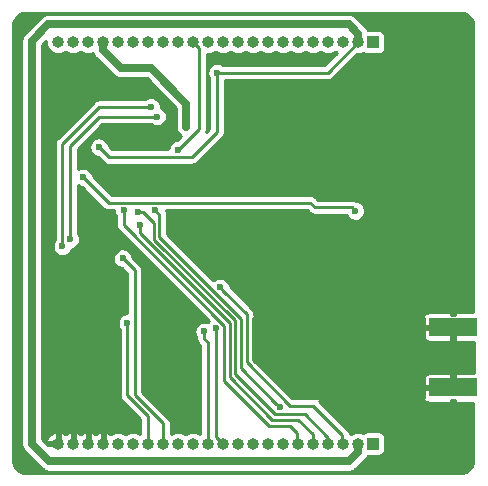
<source format=gbr>
G04 #@! TF.GenerationSoftware,KiCad,Pcbnew,5.99.0-unknown-df3fabf~86~ubuntu18.04.1*
G04 #@! TF.CreationDate,2019-10-25T19:02:02-04:00*
G04 #@! TF.ProjectId,bc26_bc66_module_board,62633236-5f62-4633-9636-5f6d6f64756c,rev?*
G04 #@! TF.SameCoordinates,Original*
G04 #@! TF.FileFunction,Copper,L2,Bot*
G04 #@! TF.FilePolarity,Positive*
%FSLAX46Y46*%
G04 Gerber Fmt 4.6, Leading zero omitted, Abs format (unit mm)*
G04 Created by KiCad (PCBNEW 5.99.0-unknown-df3fabf~86~ubuntu18.04.1) date 2019-10-25 19:02:02*
%MOMM*%
%LPD*%
G04 APERTURE LIST*
%ADD10O,1.000000X1.000000*%
%ADD11R,1.000000X1.000000*%
%ADD12R,4.064000X1.524000*%
%ADD13C,0.600000*%
%ADD14C,0.700000*%
%ADD15C,0.250000*%
%ADD16C,0.254000*%
G04 APERTURE END LIST*
D10*
X74330000Y-107000000D03*
X75600000Y-107000000D03*
X76870000Y-107000000D03*
X78140000Y-107000000D03*
X79410000Y-107000000D03*
X80680000Y-107000000D03*
X81950000Y-107000000D03*
X83220000Y-107000000D03*
X84490000Y-107000000D03*
X85760000Y-107000000D03*
X87030000Y-107000000D03*
X88300000Y-107000000D03*
X89570000Y-107000000D03*
X90840000Y-107000000D03*
X92110000Y-107000000D03*
X93380000Y-107000000D03*
X94650000Y-107000000D03*
X95920000Y-107000000D03*
X97190000Y-107000000D03*
X98460000Y-107000000D03*
X99730000Y-107000000D03*
D11*
X101000000Y-107000000D03*
D10*
X74330000Y-73000000D03*
X75600000Y-73000000D03*
X76870000Y-73000000D03*
X78140000Y-73000000D03*
X79410000Y-73000000D03*
X80680000Y-73000000D03*
X81950000Y-73000000D03*
X83220000Y-73000000D03*
X84490000Y-73000000D03*
X85760000Y-73000000D03*
X87030000Y-73000000D03*
X88300000Y-73000000D03*
X89570000Y-73000000D03*
X90840000Y-73000000D03*
X92110000Y-73000000D03*
X93380000Y-73000000D03*
X94650000Y-73000000D03*
X95920000Y-73000000D03*
X97190000Y-73000000D03*
X98460000Y-73000000D03*
X99730000Y-73000000D03*
D11*
X101000000Y-73000000D03*
D12*
X107768000Y-102240000D03*
X107768000Y-97160000D03*
D13*
X74700000Y-90300000D03*
X75325000Y-89700000D03*
X85200000Y-80200000D03*
X84500000Y-82100000D03*
X77800000Y-81900000D03*
X76450000Y-84450000D03*
X80200000Y-96800000D03*
X79800000Y-91300000D03*
X79900000Y-87225000D03*
X81258051Y-88441949D03*
X81074990Y-87400000D03*
X82500000Y-87225000D03*
X88028360Y-93771640D03*
X87700000Y-97200000D03*
X86700000Y-97500000D03*
X82200000Y-78500000D03*
X93100000Y-103900000D03*
X82700000Y-79300000D03*
X87787500Y-75587500D03*
X93700000Y-98500000D03*
X93700000Y-100900000D03*
X95200000Y-98500000D03*
X96700000Y-98500000D03*
X98200000Y-98500000D03*
X99700000Y-98500000D03*
X101200000Y-98500000D03*
X102700000Y-98500000D03*
X104200000Y-98500000D03*
X95200000Y-100900000D03*
X96700000Y-100900000D03*
X99700000Y-100900000D03*
X101200000Y-100900000D03*
X104200000Y-100900000D03*
X93700000Y-97600000D03*
X93700000Y-101800000D03*
X102700000Y-102500000D03*
X98200000Y-102500000D03*
X89600000Y-74800000D03*
X95800000Y-74800000D03*
X102600000Y-75300000D03*
X92700000Y-81700000D03*
X92200000Y-78200000D03*
X95200000Y-97600000D03*
X96700000Y-97600000D03*
X98200000Y-97600000D03*
X99700000Y-97600000D03*
X101200000Y-97600000D03*
X102700000Y-97600000D03*
X104200000Y-97600000D03*
X95200000Y-101800000D03*
X96700000Y-101800000D03*
X99700000Y-101800000D03*
X101200000Y-101800000D03*
X104200000Y-101800000D03*
X104400000Y-81500000D03*
X96800000Y-82400000D03*
X94400000Y-84300000D03*
X97700000Y-90900000D03*
X97700000Y-92000000D03*
X97100000Y-96400000D03*
X92300000Y-96500000D03*
X91600000Y-97600000D03*
X84000000Y-102000000D03*
X77800000Y-103900000D03*
X76900000Y-105300000D03*
X75600000Y-105300000D03*
X74300000Y-105300000D03*
X78200000Y-105300000D03*
X74900000Y-94300000D03*
X83900000Y-97300000D03*
X83900000Y-79600000D03*
X73500000Y-74900000D03*
X96800000Y-80600000D03*
X96800000Y-78700000D03*
X96800000Y-77000000D03*
X91800000Y-87600000D03*
X77700000Y-99300000D03*
X97600000Y-103500000D03*
X100200000Y-103500000D03*
X107800000Y-104400000D03*
X107800000Y-94800000D03*
X99500000Y-87300000D03*
D14*
X85200000Y-79775736D02*
X85200000Y-80200000D01*
X85200000Y-78200000D02*
X85200000Y-79775736D01*
X79632894Y-75200000D02*
X82200000Y-75200000D01*
X78140000Y-73000000D02*
X78140000Y-73707106D01*
X82200000Y-75200000D02*
X85200000Y-78200000D01*
X78140000Y-73707106D02*
X79632894Y-75200000D01*
D15*
X84799999Y-81800001D02*
X84500000Y-82100000D01*
X86259999Y-80340001D02*
X84799999Y-81800001D01*
X85760000Y-73000000D02*
X86259999Y-73499999D01*
X86259999Y-73499999D02*
X86259999Y-80340001D01*
X80200000Y-96800000D02*
X80200000Y-102900000D01*
X81950000Y-104650000D02*
X81950000Y-107000000D01*
X80200000Y-102900000D02*
X81950000Y-104650000D01*
X83220000Y-106292894D02*
X83220000Y-107000000D01*
X83220000Y-105283590D02*
X83220000Y-106292894D01*
X80825001Y-102888591D02*
X83220000Y-105283590D01*
X80825001Y-92325001D02*
X80825001Y-102888591D01*
X79800000Y-91300000D02*
X80825001Y-92325001D01*
X88300000Y-107000000D02*
X87700000Y-106400000D01*
X87700000Y-106400000D02*
X87700000Y-97200000D01*
X86700000Y-98100000D02*
X86700000Y-97500000D01*
X87030000Y-107000000D02*
X87030000Y-98430000D01*
X87030000Y-98430000D02*
X86700000Y-98100000D01*
X92800001Y-103600001D02*
X93100000Y-103900000D01*
X82500000Y-87225000D02*
X82902786Y-87627786D01*
X82902786Y-87627786D02*
X82902787Y-89529966D01*
X82902787Y-89529966D02*
X89800000Y-96427179D01*
X89800000Y-100600000D02*
X92800001Y-103600001D01*
X89800000Y-96427179D02*
X89800000Y-100600000D01*
X88328359Y-94071639D02*
X88028360Y-93771640D01*
X90300000Y-96043280D02*
X88328359Y-94071639D01*
X98460000Y-107000000D02*
X98400000Y-106940000D01*
X98400000Y-106300000D02*
X95900000Y-103800000D01*
X95900000Y-103800000D02*
X94000000Y-103800000D01*
X94000000Y-103800000D02*
X90300000Y-100100000D01*
X98400000Y-106940000D02*
X98400000Y-106300000D01*
X90300000Y-100100000D02*
X90300000Y-96043280D01*
X81499254Y-87400000D02*
X81074990Y-87400000D01*
X82452776Y-89716366D02*
X82452776Y-88353522D01*
X97190000Y-106490000D02*
X95225002Y-104525002D01*
X95225002Y-104525002D02*
X92725002Y-104525002D01*
X82452776Y-88353522D02*
X81499254Y-87400000D01*
X92725002Y-104525002D02*
X89300022Y-101100022D01*
X89300022Y-101100022D02*
X89300022Y-96563611D01*
X97190000Y-107000000D02*
X97190000Y-106490000D01*
X89300022Y-96563611D02*
X82452776Y-89716366D01*
X81258051Y-88866213D02*
X81258051Y-88441949D01*
X95920000Y-106220000D02*
X94675013Y-104975013D01*
X81258051Y-89158051D02*
X81258051Y-88866213D01*
X95920000Y-107000000D02*
X95920000Y-106220000D01*
X94675013Y-104975013D02*
X92475013Y-104975013D01*
X88850011Y-101350011D02*
X88850011Y-96750011D01*
X88850011Y-96750011D02*
X81258051Y-89158051D01*
X92475013Y-104975013D02*
X88850011Y-101350011D01*
X94600000Y-106950000D02*
X94650000Y-107000000D01*
X94600000Y-106100000D02*
X94600000Y-106950000D01*
X79900000Y-88500000D02*
X88400000Y-97000000D01*
X79900000Y-87225000D02*
X79900000Y-88500000D01*
X88400000Y-97000000D02*
X88400000Y-101700000D01*
X88400000Y-101700000D02*
X92200000Y-105500000D01*
X92200000Y-105500000D02*
X94000000Y-105500000D01*
X94000000Y-105500000D02*
X94600000Y-106100000D01*
X81775736Y-78500000D02*
X82200000Y-78500000D01*
X74700000Y-90300000D02*
X74700000Y-81600000D01*
X77800000Y-78500000D02*
X81775736Y-78500000D01*
X74700000Y-81600000D02*
X77800000Y-78500000D01*
X82275736Y-79300000D02*
X82700000Y-79300000D01*
X77800000Y-79300000D02*
X82275736Y-79300000D01*
X75325000Y-89700000D02*
X75325000Y-81775000D01*
X75325000Y-81775000D02*
X77800000Y-79300000D01*
X77800000Y-81900000D02*
X78625001Y-82725001D01*
X87787500Y-76011764D02*
X87787500Y-75587500D01*
X87787500Y-80612500D02*
X87787500Y-76011764D01*
X85674999Y-82725001D02*
X87787500Y-80612500D01*
X78625001Y-82725001D02*
X85674999Y-82725001D01*
X89600000Y-74800000D02*
X95800000Y-74800000D01*
X97142500Y-75587500D02*
X88211764Y-75587500D01*
X99730000Y-73000000D02*
X97142500Y-75587500D01*
X88211764Y-75587500D02*
X87787500Y-75587500D01*
D14*
X99730000Y-72292894D02*
X99730000Y-73000000D01*
X73500000Y-71500000D02*
X98937106Y-71500000D01*
X98937106Y-71500000D02*
X99730000Y-72292894D01*
X99730000Y-107707106D02*
X98937106Y-108500000D01*
X72100000Y-107000000D02*
X72100000Y-72900000D01*
X99730000Y-107000000D02*
X99730000Y-107707106D01*
X98937106Y-108500000D02*
X73600000Y-108500000D01*
X73600000Y-108500000D02*
X72100000Y-107000000D01*
X72100000Y-72900000D02*
X73500000Y-71500000D01*
D15*
X96100001Y-87000001D02*
X99200001Y-87000001D01*
X95700000Y-86600000D02*
X96100001Y-87000001D01*
X76450000Y-84450000D02*
X78600000Y-86600000D01*
X99200001Y-87000001D02*
X99500000Y-87300000D01*
X78600000Y-86600000D02*
X95700000Y-86600000D01*
G36*
X108446608Y-70528388D02*
G01*
X108657969Y-70545765D01*
X108811703Y-70584380D01*
X108957064Y-70647585D01*
X108991989Y-70670179D01*
X109329111Y-71007301D01*
X109382222Y-71103511D01*
X109435134Y-71252930D01*
X109464565Y-71418151D01*
X109470071Y-71534917D01*
X109474000Y-71553890D01*
X109474001Y-95856007D01*
X107896000Y-95856007D01*
X107896000Y-96074000D01*
X107640000Y-96074000D01*
X107640000Y-95856007D01*
X105723590Y-95856007D01*
X105527643Y-95894984D01*
X105351008Y-96013008D01*
X105310255Y-96074000D01*
X90959215Y-96074000D01*
X90951000Y-96004588D01*
X90951000Y-95989253D01*
X90944717Y-95951506D01*
X90933123Y-95853549D01*
X90926567Y-95842464D01*
X90924409Y-95829497D01*
X90821496Y-95638766D01*
X90750652Y-95573278D01*
X88854407Y-93677035D01*
X88854655Y-93648656D01*
X88781681Y-93410709D01*
X88642250Y-93205159D01*
X88448544Y-93049693D01*
X88217687Y-92958057D01*
X87970091Y-92938352D01*
X87727647Y-92992324D01*
X87511790Y-93115196D01*
X87461805Y-93168332D01*
X83553787Y-89260315D01*
X83553785Y-87697238D01*
X83562045Y-87658875D01*
X83553785Y-87589086D01*
X83553785Y-87573760D01*
X83547507Y-87536043D01*
X83535909Y-87438055D01*
X83529351Y-87426967D01*
X83527193Y-87414002D01*
X83439242Y-87251000D01*
X95430348Y-87251000D01*
X95590564Y-87411217D01*
X95611851Y-87444184D01*
X95667040Y-87487692D01*
X95677876Y-87498529D01*
X95708994Y-87520766D01*
X95786473Y-87581846D01*
X95798950Y-87585050D01*
X95809644Y-87592692D01*
X96017282Y-87654788D01*
X96113685Y-87651001D01*
X98752245Y-87651001D01*
X98805051Y-87763474D01*
X98972052Y-87947328D01*
X99185732Y-88073950D01*
X99427197Y-88132143D01*
X99675099Y-88116764D01*
X99907520Y-88029171D01*
X100103911Y-87877109D01*
X100246907Y-87674022D01*
X100324022Y-87437386D01*
X100326295Y-87177016D01*
X100253321Y-86939069D01*
X100113890Y-86733519D01*
X99920184Y-86578053D01*
X99689327Y-86486417D01*
X99590101Y-86478520D01*
X99513530Y-86418157D01*
X99501050Y-86414952D01*
X99490356Y-86407310D01*
X99282719Y-86345214D01*
X99186327Y-86349001D01*
X96369654Y-86349001D01*
X96209441Y-86188789D01*
X96188151Y-86155817D01*
X96132956Y-86112304D01*
X96122124Y-86101472D01*
X96091020Y-86079244D01*
X96013529Y-86018156D01*
X96001049Y-86014951D01*
X95990355Y-86007309D01*
X95782718Y-85945213D01*
X95686326Y-85949000D01*
X78869652Y-85949000D01*
X77276047Y-84355396D01*
X77276295Y-84327016D01*
X77203321Y-84089069D01*
X77063890Y-83883519D01*
X76870184Y-83728053D01*
X76639327Y-83636417D01*
X76391731Y-83616712D01*
X76149287Y-83670684D01*
X75976000Y-83769324D01*
X75976000Y-82044651D01*
X78069653Y-79951000D01*
X82178248Y-79951000D01*
X82385732Y-80073950D01*
X82627197Y-80132143D01*
X82875099Y-80116764D01*
X83107520Y-80029171D01*
X83303911Y-79877109D01*
X83446907Y-79674022D01*
X83524022Y-79437386D01*
X83526295Y-79177016D01*
X83453321Y-78939069D01*
X83313890Y-78733519D01*
X83120184Y-78578052D01*
X83024870Y-78540219D01*
X83026295Y-78377016D01*
X82953321Y-78139069D01*
X82813890Y-77933519D01*
X82620184Y-77778053D01*
X82389327Y-77686417D01*
X82141731Y-77666712D01*
X81899287Y-77720684D01*
X81683430Y-77843556D01*
X81678309Y-77849000D01*
X77869451Y-77849000D01*
X77831089Y-77840741D01*
X77761307Y-77849000D01*
X77745973Y-77849000D01*
X77708236Y-77855282D01*
X77610270Y-77866876D01*
X77599182Y-77873434D01*
X77586216Y-77875592D01*
X77395486Y-77978504D01*
X77329974Y-78049374D01*
X74288788Y-81090561D01*
X74255818Y-81111849D01*
X74212309Y-81167039D01*
X74201472Y-81177876D01*
X74179234Y-81208995D01*
X74118155Y-81286474D01*
X74114951Y-81298951D01*
X74107310Y-81309644D01*
X74045213Y-81517282D01*
X74049001Y-81613700D01*
X74049000Y-89786459D01*
X74013244Y-89824469D01*
X73903779Y-90047424D01*
X73864710Y-90292710D01*
X73899492Y-90538642D01*
X74005051Y-90763474D01*
X74172052Y-90947328D01*
X74385732Y-91073950D01*
X74627197Y-91132143D01*
X74875099Y-91116764D01*
X75107520Y-91029171D01*
X75303911Y-90877109D01*
X75446907Y-90674022D01*
X75498115Y-90516887D01*
X75500099Y-90516764D01*
X75732520Y-90429171D01*
X75928911Y-90277109D01*
X76071907Y-90074022D01*
X76149022Y-89837386D01*
X76151295Y-89577016D01*
X76078321Y-89339069D01*
X75976000Y-89188226D01*
X75976000Y-85129296D01*
X76135732Y-85223950D01*
X76356506Y-85277157D01*
X78090562Y-87011214D01*
X78111850Y-87044183D01*
X78167039Y-87087691D01*
X78177875Y-87098528D01*
X78208991Y-87120764D01*
X78286474Y-87181846D01*
X78298952Y-87185050D01*
X78309643Y-87192690D01*
X78517281Y-87254787D01*
X78613674Y-87251000D01*
X79069418Y-87251000D01*
X79099492Y-87463642D01*
X79205051Y-87688474D01*
X79249000Y-87736859D01*
X79249001Y-88430545D01*
X79240741Y-88468911D01*
X79249001Y-88538701D01*
X79249001Y-88554025D01*
X79255276Y-88591726D01*
X79266876Y-88689728D01*
X79273434Y-88700818D01*
X79275593Y-88713785D01*
X79378505Y-88904514D01*
X79449374Y-88970025D01*
X87105619Y-96626271D01*
X87013245Y-96724469D01*
X87008669Y-96733789D01*
X86889327Y-96686417D01*
X86641731Y-96666712D01*
X86399287Y-96720684D01*
X86183430Y-96843556D01*
X86013245Y-97024469D01*
X85903779Y-97247424D01*
X85864710Y-97492710D01*
X85899492Y-97738642D01*
X86005051Y-97963474D01*
X86049000Y-98011859D01*
X86049000Y-98030549D01*
X86040741Y-98068911D01*
X86049000Y-98138693D01*
X86049000Y-98154024D01*
X86055278Y-98191743D01*
X86066876Y-98289730D01*
X86073434Y-98300818D01*
X86075592Y-98313783D01*
X86178504Y-98504514D01*
X86249387Y-98570038D01*
X86379001Y-98699652D01*
X86379000Y-106176731D01*
X86366389Y-106165376D01*
X86179610Y-106057540D01*
X85974492Y-105990893D01*
X85813767Y-105974000D01*
X85706233Y-105974000D01*
X85545508Y-105990893D01*
X85340390Y-106057540D01*
X85153611Y-106165376D01*
X85125000Y-106191138D01*
X85096389Y-106165376D01*
X84909610Y-106057540D01*
X84704492Y-105990893D01*
X84543767Y-105974000D01*
X84436233Y-105974000D01*
X84275508Y-105990893D01*
X84070390Y-106057540D01*
X83883611Y-106165376D01*
X83871000Y-106176731D01*
X83871000Y-105353041D01*
X83879259Y-105314679D01*
X83871000Y-105244897D01*
X83871000Y-105229563D01*
X83864718Y-105191826D01*
X83853124Y-105093860D01*
X83846566Y-105082772D01*
X83844408Y-105069806D01*
X83741496Y-104879076D01*
X83670626Y-104813564D01*
X81476001Y-102618940D01*
X81476001Y-92394451D01*
X81484260Y-92356090D01*
X81476001Y-92286309D01*
X81476001Y-92270974D01*
X81469718Y-92233227D01*
X81458124Y-92135270D01*
X81451568Y-92124185D01*
X81449410Y-92111218D01*
X81346497Y-91920487D01*
X81275640Y-91854987D01*
X80626047Y-91205395D01*
X80626295Y-91177016D01*
X80553321Y-90939069D01*
X80413890Y-90733519D01*
X80220184Y-90578053D01*
X79989327Y-90486417D01*
X79741731Y-90466712D01*
X79499287Y-90520684D01*
X79283430Y-90643556D01*
X79113245Y-90824469D01*
X79003779Y-91047424D01*
X78964710Y-91292710D01*
X78999492Y-91538642D01*
X79105051Y-91763474D01*
X79272052Y-91947328D01*
X79485732Y-92073950D01*
X79706504Y-92127156D01*
X80174001Y-92594654D01*
X80174001Y-95969280D01*
X80141731Y-95966712D01*
X79899287Y-96020684D01*
X79683430Y-96143556D01*
X79513245Y-96324469D01*
X79403779Y-96547424D01*
X79364710Y-96792710D01*
X79399492Y-97038642D01*
X79505051Y-97263474D01*
X79549000Y-97311859D01*
X79549001Y-102830546D01*
X79540742Y-102868911D01*
X79549001Y-102938700D01*
X79549001Y-102954025D01*
X79555276Y-102991726D01*
X79566876Y-103089728D01*
X79573434Y-103100818D01*
X79575593Y-103113785D01*
X79678505Y-103304514D01*
X79749374Y-103370025D01*
X81299000Y-104919652D01*
X81299001Y-106176732D01*
X81286389Y-106165376D01*
X81099610Y-106057540D01*
X80894492Y-105990893D01*
X80733767Y-105974000D01*
X80626233Y-105974000D01*
X80465508Y-105990893D01*
X80260390Y-106057540D01*
X80073611Y-106165376D01*
X80045000Y-106191138D01*
X80016389Y-106165376D01*
X79829610Y-106057540D01*
X79624492Y-105990893D01*
X79463767Y-105974000D01*
X79356233Y-105974000D01*
X79195508Y-105990893D01*
X78990390Y-106057540D01*
X78803611Y-106165376D01*
X78780978Y-106185755D01*
X78751118Y-106158869D01*
X78562882Y-106050191D01*
X78268000Y-105954377D01*
X78268000Y-107128000D01*
X78012000Y-107128000D01*
X78012000Y-105954377D01*
X77717118Y-106050191D01*
X77528882Y-106158869D01*
X77505000Y-106180373D01*
X77481118Y-106158869D01*
X77292882Y-106050191D01*
X76998000Y-105954377D01*
X76998000Y-107128000D01*
X76742000Y-107128000D01*
X76742000Y-105954377D01*
X76447118Y-106050191D01*
X76258882Y-106158869D01*
X76235000Y-106180373D01*
X76211118Y-106158869D01*
X76022882Y-106050191D01*
X75728000Y-105954377D01*
X75728000Y-107128000D01*
X75472000Y-107128000D01*
X75472000Y-105954377D01*
X75177118Y-106050191D01*
X74988882Y-106158869D01*
X74965000Y-106180373D01*
X74941118Y-106158869D01*
X74752882Y-106050191D01*
X74458000Y-105954377D01*
X74458000Y-107128000D01*
X73466849Y-107128000D01*
X73210849Y-106872000D01*
X73300106Y-106872000D01*
X74202000Y-106872000D01*
X74202000Y-105954377D01*
X73907118Y-106050191D01*
X73718882Y-106158869D01*
X73557356Y-106304308D01*
X73429598Y-106480152D01*
X73341191Y-106678716D01*
X73300106Y-106872000D01*
X73210849Y-106872000D01*
X72976000Y-106637151D01*
X72976000Y-73262850D01*
X73304000Y-72934850D01*
X73304000Y-73107837D01*
X73348842Y-73318798D01*
X73436564Y-73515825D01*
X73563334Y-73690309D01*
X73723611Y-73834624D01*
X73910390Y-73942460D01*
X74115508Y-74009107D01*
X74276233Y-74026000D01*
X74383767Y-74026000D01*
X74544492Y-74009107D01*
X74749610Y-73942460D01*
X74936389Y-73834624D01*
X74965000Y-73808862D01*
X74993611Y-73834624D01*
X75180390Y-73942460D01*
X75385508Y-74009107D01*
X75546233Y-74026000D01*
X75653767Y-74026000D01*
X75814492Y-74009107D01*
X76019610Y-73942460D01*
X76206389Y-73834624D01*
X76235000Y-73808862D01*
X76263611Y-73834624D01*
X76450390Y-73942460D01*
X76655508Y-74009107D01*
X76816233Y-74026000D01*
X76923767Y-74026000D01*
X77084492Y-74009107D01*
X77288748Y-73942740D01*
X77290575Y-73955496D01*
X77327939Y-74037671D01*
X77358727Y-74122957D01*
X77379447Y-74150957D01*
X77394433Y-74183917D01*
X77461013Y-74261188D01*
X77477467Y-74283423D01*
X77497021Y-74302976D01*
X77558226Y-74374008D01*
X77586156Y-74392111D01*
X78944070Y-75750026D01*
X78958934Y-75773585D01*
X79033350Y-75839306D01*
X79057894Y-75863851D01*
X79079347Y-75879929D01*
X79147010Y-75939687D01*
X79179327Y-75954860D01*
X79207897Y-75976272D01*
X79292415Y-76007955D01*
X79374501Y-76046495D01*
X79408952Y-76051643D01*
X79442853Y-76064352D01*
X79544563Y-76071910D01*
X79571929Y-76076000D01*
X79599586Y-76076000D01*
X79693087Y-76082948D01*
X79725636Y-76076000D01*
X81837151Y-76076000D01*
X84324000Y-78562850D01*
X84324000Y-80262828D01*
X84350575Y-80448390D01*
X84454432Y-80676811D01*
X84618226Y-80866902D01*
X84736067Y-80943282D01*
X84404305Y-81275044D01*
X84199287Y-81320684D01*
X83983430Y-81443556D01*
X83813245Y-81624469D01*
X83703779Y-81847424D01*
X83667690Y-82074001D01*
X78894654Y-82074001D01*
X78626047Y-81805395D01*
X78626295Y-81777016D01*
X78553321Y-81539069D01*
X78413890Y-81333519D01*
X78220184Y-81178053D01*
X77989327Y-81086417D01*
X77741731Y-81066712D01*
X77499287Y-81120684D01*
X77283430Y-81243556D01*
X77113245Y-81424469D01*
X77003779Y-81647424D01*
X76964710Y-81892710D01*
X76999492Y-82138642D01*
X77105051Y-82363474D01*
X77272052Y-82547328D01*
X77485732Y-82673950D01*
X77706504Y-82727156D01*
X78115563Y-83136215D01*
X78136851Y-83169184D01*
X78192040Y-83212692D01*
X78202875Y-83223528D01*
X78233988Y-83245762D01*
X78311475Y-83306847D01*
X78323952Y-83310051D01*
X78334645Y-83317692D01*
X78542282Y-83379788D01*
X78638685Y-83376001D01*
X85605548Y-83376001D01*
X85643910Y-83384260D01*
X85713692Y-83376001D01*
X85729025Y-83376001D01*
X85766756Y-83369721D01*
X85864728Y-83358125D01*
X85875815Y-83351568D01*
X85888782Y-83349410D01*
X86079513Y-83246497D01*
X86145036Y-83175615D01*
X88198716Y-81121937D01*
X88231683Y-81100651D01*
X88275189Y-81045465D01*
X88286028Y-81034626D01*
X88308262Y-81003511D01*
X88369346Y-80926026D01*
X88372550Y-80913549D01*
X88380191Y-80902856D01*
X88442287Y-80695219D01*
X88438500Y-80598816D01*
X88438500Y-76238500D01*
X97073049Y-76238500D01*
X97111411Y-76246759D01*
X97181193Y-76238500D01*
X97196526Y-76238500D01*
X97234257Y-76232220D01*
X97332229Y-76220624D01*
X97343316Y-76214067D01*
X97356283Y-76211909D01*
X97547014Y-76108996D01*
X97612538Y-76038113D01*
X99629557Y-74021095D01*
X99676233Y-74026000D01*
X99783767Y-74026000D01*
X99944492Y-74009107D01*
X100149610Y-73942460D01*
X100184911Y-73922079D01*
X100294765Y-73995480D01*
X100487590Y-74033836D01*
X101512410Y-74033836D01*
X101705235Y-73995480D01*
X101879225Y-73879225D01*
X101995480Y-73705235D01*
X102033836Y-73512410D01*
X102033836Y-72487590D01*
X101995480Y-72294765D01*
X101879225Y-72120775D01*
X101705235Y-72004520D01*
X101512410Y-71966164D01*
X100543807Y-71966164D01*
X100542062Y-71962327D01*
X100511273Y-71877042D01*
X100490554Y-71849042D01*
X100475568Y-71816083D01*
X100408986Y-71738811D01*
X100392533Y-71716576D01*
X100372970Y-71697014D01*
X100311775Y-71625993D01*
X100283848Y-71607891D01*
X99625930Y-70949974D01*
X99611066Y-70926416D01*
X99536643Y-70860688D01*
X99512105Y-70836149D01*
X99490661Y-70820078D01*
X99422990Y-70760313D01*
X99390669Y-70745138D01*
X99362102Y-70723728D01*
X99277576Y-70692040D01*
X99195498Y-70653505D01*
X99161045Y-70648357D01*
X99127147Y-70635648D01*
X99025437Y-70628090D01*
X98998071Y-70624000D01*
X98970413Y-70624000D01*
X98876913Y-70617052D01*
X98844364Y-70624000D01*
X73598140Y-70624000D01*
X73570976Y-70617853D01*
X73471906Y-70624000D01*
X73437174Y-70624000D01*
X73410624Y-70627801D01*
X73320533Y-70633391D01*
X73286954Y-70645513D01*
X73251610Y-70650575D01*
X73169433Y-70687938D01*
X73084148Y-70718727D01*
X73056148Y-70739446D01*
X73023189Y-70754432D01*
X72945926Y-70821007D01*
X72923683Y-70837466D01*
X72904130Y-70857020D01*
X72833098Y-70918225D01*
X72814995Y-70946155D01*
X71549973Y-72211178D01*
X71526417Y-72226040D01*
X71460697Y-72300454D01*
X71436149Y-72325001D01*
X71420072Y-72346453D01*
X71360314Y-72414116D01*
X71345141Y-72446433D01*
X71323728Y-72475005D01*
X71292038Y-72559536D01*
X71253506Y-72641607D01*
X71248358Y-72676055D01*
X71235648Y-72709961D01*
X71228088Y-72811684D01*
X71224001Y-72839035D01*
X71224001Y-72866679D01*
X71217052Y-72960194D01*
X71224001Y-72992747D01*
X71224000Y-106901860D01*
X71217853Y-106929024D01*
X71224000Y-107028094D01*
X71224000Y-107062825D01*
X71227801Y-107089375D01*
X71233391Y-107179466D01*
X71245513Y-107213045D01*
X71250575Y-107248389D01*
X71287938Y-107330566D01*
X71318727Y-107415851D01*
X71339446Y-107443851D01*
X71354432Y-107476809D01*
X71421017Y-107554086D01*
X71437467Y-107576316D01*
X71457020Y-107595869D01*
X71518224Y-107666902D01*
X71546158Y-107685007D01*
X72911176Y-109050026D01*
X72926040Y-109073585D01*
X73000456Y-109139306D01*
X73025000Y-109163851D01*
X73046452Y-109179928D01*
X73114116Y-109239687D01*
X73146431Y-109254859D01*
X73175003Y-109276272D01*
X73259525Y-109307957D01*
X73341607Y-109346495D01*
X73376062Y-109351644D01*
X73409959Y-109364351D01*
X73511664Y-109371910D01*
X73539035Y-109376000D01*
X73566710Y-109376000D01*
X73660192Y-109382948D01*
X73692741Y-109376000D01*
X98838966Y-109376000D01*
X98866130Y-109382147D01*
X98965200Y-109376000D01*
X98999935Y-109376000D01*
X99026483Y-109372198D01*
X99116572Y-109366609D01*
X99150149Y-109354487D01*
X99185495Y-109349425D01*
X99267680Y-109312059D01*
X99352957Y-109281273D01*
X99380957Y-109260554D01*
X99413917Y-109245568D01*
X99491193Y-109178982D01*
X99513421Y-109162535D01*
X99532969Y-109142986D01*
X99604008Y-109081775D01*
X99622111Y-109053845D01*
X100280029Y-108395928D01*
X100303585Y-108381066D01*
X100369306Y-108306650D01*
X100393851Y-108282106D01*
X100409928Y-108260654D01*
X100469687Y-108192990D01*
X100484859Y-108160675D01*
X100506272Y-108132103D01*
X100537957Y-108047581D01*
X100544411Y-108033836D01*
X101512410Y-108033836D01*
X101705235Y-107995480D01*
X101879225Y-107879225D01*
X101995480Y-107705235D01*
X102033836Y-107512410D01*
X102033836Y-106487590D01*
X101995480Y-106294765D01*
X101879225Y-106120775D01*
X101705235Y-106004520D01*
X101512410Y-105966164D01*
X100487590Y-105966164D01*
X100294765Y-106004520D01*
X100184911Y-106077921D01*
X100149610Y-106057540D01*
X99944492Y-105990893D01*
X99783767Y-105974000D01*
X99676233Y-105974000D01*
X99515508Y-105990893D01*
X99310390Y-106057540D01*
X99123611Y-106165376D01*
X99095000Y-106191138D01*
X99066389Y-106165376D01*
X99037685Y-106148804D01*
X99033124Y-106110270D01*
X99026566Y-106099182D01*
X99024408Y-106086216D01*
X98921496Y-105895486D01*
X98850626Y-105829974D01*
X96416670Y-103396019D01*
X105326353Y-103350092D01*
X105351008Y-103386992D01*
X105527643Y-103505016D01*
X105723590Y-103543993D01*
X107640000Y-103543993D01*
X107640000Y-103338166D01*
X107896000Y-103336847D01*
X107896000Y-103543993D01*
X109474001Y-103543993D01*
X109474001Y-108436808D01*
X109471612Y-108446607D01*
X109454235Y-108657969D01*
X109415619Y-108811708D01*
X109352417Y-108957061D01*
X109329821Y-108991989D01*
X108992700Y-109329110D01*
X108896490Y-109382221D01*
X108747068Y-109435134D01*
X108581847Y-109464565D01*
X108465083Y-109470071D01*
X108446110Y-109474000D01*
X71563188Y-109474000D01*
X71553393Y-109471612D01*
X71342031Y-109454235D01*
X71188292Y-109415619D01*
X71042939Y-109352417D01*
X71008011Y-109329821D01*
X70670890Y-108992700D01*
X70617779Y-108896490D01*
X70564866Y-108747068D01*
X70535435Y-108581847D01*
X70529929Y-108465083D01*
X70526000Y-108446110D01*
X70526000Y-71563187D01*
X70528388Y-71553392D01*
X70545765Y-71342031D01*
X70584380Y-71188297D01*
X70647585Y-71042936D01*
X70670179Y-71008011D01*
X71007301Y-70670889D01*
X71103511Y-70617778D01*
X71252930Y-70564866D01*
X71418151Y-70535435D01*
X71534917Y-70529929D01*
X71553890Y-70526000D01*
X108436813Y-70526000D01*
X108446608Y-70528388D01*
G37*
D16*
X108446608Y-70528388D02*
X108657969Y-70545765D01*
X108811703Y-70584380D01*
X108957064Y-70647585D01*
X108991989Y-70670179D01*
X109329111Y-71007301D01*
X109382222Y-71103511D01*
X109435134Y-71252930D01*
X109464565Y-71418151D01*
X109470071Y-71534917D01*
X109474000Y-71553890D01*
X109474001Y-95856007D01*
X107896000Y-95856007D01*
X107896000Y-96074000D01*
X107640000Y-96074000D01*
X107640000Y-95856007D01*
X105723590Y-95856007D01*
X105527643Y-95894984D01*
X105351008Y-96013008D01*
X105310255Y-96074000D01*
X90959215Y-96074000D01*
X90951000Y-96004588D01*
X90951000Y-95989253D01*
X90944717Y-95951506D01*
X90933123Y-95853549D01*
X90926567Y-95842464D01*
X90924409Y-95829497D01*
X90821496Y-95638766D01*
X90750652Y-95573278D01*
X88854407Y-93677035D01*
X88854655Y-93648656D01*
X88781681Y-93410709D01*
X88642250Y-93205159D01*
X88448544Y-93049693D01*
X88217687Y-92958057D01*
X87970091Y-92938352D01*
X87727647Y-92992324D01*
X87511790Y-93115196D01*
X87461805Y-93168332D01*
X83553787Y-89260315D01*
X83553785Y-87697238D01*
X83562045Y-87658875D01*
X83553785Y-87589086D01*
X83553785Y-87573760D01*
X83547507Y-87536043D01*
X83535909Y-87438055D01*
X83529351Y-87426967D01*
X83527193Y-87414002D01*
X83439242Y-87251000D01*
X95430348Y-87251000D01*
X95590564Y-87411217D01*
X95611851Y-87444184D01*
X95667040Y-87487692D01*
X95677876Y-87498529D01*
X95708994Y-87520766D01*
X95786473Y-87581846D01*
X95798950Y-87585050D01*
X95809644Y-87592692D01*
X96017282Y-87654788D01*
X96113685Y-87651001D01*
X98752245Y-87651001D01*
X98805051Y-87763474D01*
X98972052Y-87947328D01*
X99185732Y-88073950D01*
X99427197Y-88132143D01*
X99675099Y-88116764D01*
X99907520Y-88029171D01*
X100103911Y-87877109D01*
X100246907Y-87674022D01*
X100324022Y-87437386D01*
X100326295Y-87177016D01*
X100253321Y-86939069D01*
X100113890Y-86733519D01*
X99920184Y-86578053D01*
X99689327Y-86486417D01*
X99590101Y-86478520D01*
X99513530Y-86418157D01*
X99501050Y-86414952D01*
X99490356Y-86407310D01*
X99282719Y-86345214D01*
X99186327Y-86349001D01*
X96369654Y-86349001D01*
X96209441Y-86188789D01*
X96188151Y-86155817D01*
X96132956Y-86112304D01*
X96122124Y-86101472D01*
X96091020Y-86079244D01*
X96013529Y-86018156D01*
X96001049Y-86014951D01*
X95990355Y-86007309D01*
X95782718Y-85945213D01*
X95686326Y-85949000D01*
X78869652Y-85949000D01*
X77276047Y-84355396D01*
X77276295Y-84327016D01*
X77203321Y-84089069D01*
X77063890Y-83883519D01*
X76870184Y-83728053D01*
X76639327Y-83636417D01*
X76391731Y-83616712D01*
X76149287Y-83670684D01*
X75976000Y-83769324D01*
X75976000Y-82044651D01*
X78069653Y-79951000D01*
X82178248Y-79951000D01*
X82385732Y-80073950D01*
X82627197Y-80132143D01*
X82875099Y-80116764D01*
X83107520Y-80029171D01*
X83303911Y-79877109D01*
X83446907Y-79674022D01*
X83524022Y-79437386D01*
X83526295Y-79177016D01*
X83453321Y-78939069D01*
X83313890Y-78733519D01*
X83120184Y-78578052D01*
X83024870Y-78540219D01*
X83026295Y-78377016D01*
X82953321Y-78139069D01*
X82813890Y-77933519D01*
X82620184Y-77778053D01*
X82389327Y-77686417D01*
X82141731Y-77666712D01*
X81899287Y-77720684D01*
X81683430Y-77843556D01*
X81678309Y-77849000D01*
X77869451Y-77849000D01*
X77831089Y-77840741D01*
X77761307Y-77849000D01*
X77745973Y-77849000D01*
X77708236Y-77855282D01*
X77610270Y-77866876D01*
X77599182Y-77873434D01*
X77586216Y-77875592D01*
X77395486Y-77978504D01*
X77329974Y-78049374D01*
X74288788Y-81090561D01*
X74255818Y-81111849D01*
X74212309Y-81167039D01*
X74201472Y-81177876D01*
X74179234Y-81208995D01*
X74118155Y-81286474D01*
X74114951Y-81298951D01*
X74107310Y-81309644D01*
X74045213Y-81517282D01*
X74049001Y-81613700D01*
X74049000Y-89786459D01*
X74013244Y-89824469D01*
X73903779Y-90047424D01*
X73864710Y-90292710D01*
X73899492Y-90538642D01*
X74005051Y-90763474D01*
X74172052Y-90947328D01*
X74385732Y-91073950D01*
X74627197Y-91132143D01*
X74875099Y-91116764D01*
X75107520Y-91029171D01*
X75303911Y-90877109D01*
X75446907Y-90674022D01*
X75498115Y-90516887D01*
X75500099Y-90516764D01*
X75732520Y-90429171D01*
X75928911Y-90277109D01*
X76071907Y-90074022D01*
X76149022Y-89837386D01*
X76151295Y-89577016D01*
X76078321Y-89339069D01*
X75976000Y-89188226D01*
X75976000Y-85129296D01*
X76135732Y-85223950D01*
X76356506Y-85277157D01*
X78090562Y-87011214D01*
X78111850Y-87044183D01*
X78167039Y-87087691D01*
X78177875Y-87098528D01*
X78208991Y-87120764D01*
X78286474Y-87181846D01*
X78298952Y-87185050D01*
X78309643Y-87192690D01*
X78517281Y-87254787D01*
X78613674Y-87251000D01*
X79069418Y-87251000D01*
X79099492Y-87463642D01*
X79205051Y-87688474D01*
X79249000Y-87736859D01*
X79249001Y-88430545D01*
X79240741Y-88468911D01*
X79249001Y-88538701D01*
X79249001Y-88554025D01*
X79255276Y-88591726D01*
X79266876Y-88689728D01*
X79273434Y-88700818D01*
X79275593Y-88713785D01*
X79378505Y-88904514D01*
X79449374Y-88970025D01*
X87105619Y-96626271D01*
X87013245Y-96724469D01*
X87008669Y-96733789D01*
X86889327Y-96686417D01*
X86641731Y-96666712D01*
X86399287Y-96720684D01*
X86183430Y-96843556D01*
X86013245Y-97024469D01*
X85903779Y-97247424D01*
X85864710Y-97492710D01*
X85899492Y-97738642D01*
X86005051Y-97963474D01*
X86049000Y-98011859D01*
X86049000Y-98030549D01*
X86040741Y-98068911D01*
X86049000Y-98138693D01*
X86049000Y-98154024D01*
X86055278Y-98191743D01*
X86066876Y-98289730D01*
X86073434Y-98300818D01*
X86075592Y-98313783D01*
X86178504Y-98504514D01*
X86249387Y-98570038D01*
X86379001Y-98699652D01*
X86379000Y-106176731D01*
X86366389Y-106165376D01*
X86179610Y-106057540D01*
X85974492Y-105990893D01*
X85813767Y-105974000D01*
X85706233Y-105974000D01*
X85545508Y-105990893D01*
X85340390Y-106057540D01*
X85153611Y-106165376D01*
X85125000Y-106191138D01*
X85096389Y-106165376D01*
X84909610Y-106057540D01*
X84704492Y-105990893D01*
X84543767Y-105974000D01*
X84436233Y-105974000D01*
X84275508Y-105990893D01*
X84070390Y-106057540D01*
X83883611Y-106165376D01*
X83871000Y-106176731D01*
X83871000Y-105353041D01*
X83879259Y-105314679D01*
X83871000Y-105244897D01*
X83871000Y-105229563D01*
X83864718Y-105191826D01*
X83853124Y-105093860D01*
X83846566Y-105082772D01*
X83844408Y-105069806D01*
X83741496Y-104879076D01*
X83670626Y-104813564D01*
X81476001Y-102618940D01*
X81476001Y-92394451D01*
X81484260Y-92356090D01*
X81476001Y-92286309D01*
X81476001Y-92270974D01*
X81469718Y-92233227D01*
X81458124Y-92135270D01*
X81451568Y-92124185D01*
X81449410Y-92111218D01*
X81346497Y-91920487D01*
X81275640Y-91854987D01*
X80626047Y-91205395D01*
X80626295Y-91177016D01*
X80553321Y-90939069D01*
X80413890Y-90733519D01*
X80220184Y-90578053D01*
X79989327Y-90486417D01*
X79741731Y-90466712D01*
X79499287Y-90520684D01*
X79283430Y-90643556D01*
X79113245Y-90824469D01*
X79003779Y-91047424D01*
X78964710Y-91292710D01*
X78999492Y-91538642D01*
X79105051Y-91763474D01*
X79272052Y-91947328D01*
X79485732Y-92073950D01*
X79706504Y-92127156D01*
X80174001Y-92594654D01*
X80174001Y-95969280D01*
X80141731Y-95966712D01*
X79899287Y-96020684D01*
X79683430Y-96143556D01*
X79513245Y-96324469D01*
X79403779Y-96547424D01*
X79364710Y-96792710D01*
X79399492Y-97038642D01*
X79505051Y-97263474D01*
X79549000Y-97311859D01*
X79549001Y-102830546D01*
X79540742Y-102868911D01*
X79549001Y-102938700D01*
X79549001Y-102954025D01*
X79555276Y-102991726D01*
X79566876Y-103089728D01*
X79573434Y-103100818D01*
X79575593Y-103113785D01*
X79678505Y-103304514D01*
X79749374Y-103370025D01*
X81299000Y-104919652D01*
X81299001Y-106176732D01*
X81286389Y-106165376D01*
X81099610Y-106057540D01*
X80894492Y-105990893D01*
X80733767Y-105974000D01*
X80626233Y-105974000D01*
X80465508Y-105990893D01*
X80260390Y-106057540D01*
X80073611Y-106165376D01*
X80045000Y-106191138D01*
X80016389Y-106165376D01*
X79829610Y-106057540D01*
X79624492Y-105990893D01*
X79463767Y-105974000D01*
X79356233Y-105974000D01*
X79195508Y-105990893D01*
X78990390Y-106057540D01*
X78803611Y-106165376D01*
X78780978Y-106185755D01*
X78751118Y-106158869D01*
X78562882Y-106050191D01*
X78268000Y-105954377D01*
X78268000Y-107128000D01*
X78012000Y-107128000D01*
X78012000Y-105954377D01*
X77717118Y-106050191D01*
X77528882Y-106158869D01*
X77505000Y-106180373D01*
X77481118Y-106158869D01*
X77292882Y-106050191D01*
X76998000Y-105954377D01*
X76998000Y-107128000D01*
X76742000Y-107128000D01*
X76742000Y-105954377D01*
X76447118Y-106050191D01*
X76258882Y-106158869D01*
X76235000Y-106180373D01*
X76211118Y-106158869D01*
X76022882Y-106050191D01*
X75728000Y-105954377D01*
X75728000Y-107128000D01*
X75472000Y-107128000D01*
X75472000Y-105954377D01*
X75177118Y-106050191D01*
X74988882Y-106158869D01*
X74965000Y-106180373D01*
X74941118Y-106158869D01*
X74752882Y-106050191D01*
X74458000Y-105954377D01*
X74458000Y-107128000D01*
X73466849Y-107128000D01*
X73210849Y-106872000D01*
X73300106Y-106872000D01*
X74202000Y-106872000D01*
X74202000Y-105954377D01*
X73907118Y-106050191D01*
X73718882Y-106158869D01*
X73557356Y-106304308D01*
X73429598Y-106480152D01*
X73341191Y-106678716D01*
X73300106Y-106872000D01*
X73210849Y-106872000D01*
X72976000Y-106637151D01*
X72976000Y-73262850D01*
X73304000Y-72934850D01*
X73304000Y-73107837D01*
X73348842Y-73318798D01*
X73436564Y-73515825D01*
X73563334Y-73690309D01*
X73723611Y-73834624D01*
X73910390Y-73942460D01*
X74115508Y-74009107D01*
X74276233Y-74026000D01*
X74383767Y-74026000D01*
X74544492Y-74009107D01*
X74749610Y-73942460D01*
X74936389Y-73834624D01*
X74965000Y-73808862D01*
X74993611Y-73834624D01*
X75180390Y-73942460D01*
X75385508Y-74009107D01*
X75546233Y-74026000D01*
X75653767Y-74026000D01*
X75814492Y-74009107D01*
X76019610Y-73942460D01*
X76206389Y-73834624D01*
X76235000Y-73808862D01*
X76263611Y-73834624D01*
X76450390Y-73942460D01*
X76655508Y-74009107D01*
X76816233Y-74026000D01*
X76923767Y-74026000D01*
X77084492Y-74009107D01*
X77288748Y-73942740D01*
X77290575Y-73955496D01*
X77327939Y-74037671D01*
X77358727Y-74122957D01*
X77379447Y-74150957D01*
X77394433Y-74183917D01*
X77461013Y-74261188D01*
X77477467Y-74283423D01*
X77497021Y-74302976D01*
X77558226Y-74374008D01*
X77586156Y-74392111D01*
X78944070Y-75750026D01*
X78958934Y-75773585D01*
X79033350Y-75839306D01*
X79057894Y-75863851D01*
X79079347Y-75879929D01*
X79147010Y-75939687D01*
X79179327Y-75954860D01*
X79207897Y-75976272D01*
X79292415Y-76007955D01*
X79374501Y-76046495D01*
X79408952Y-76051643D01*
X79442853Y-76064352D01*
X79544563Y-76071910D01*
X79571929Y-76076000D01*
X79599586Y-76076000D01*
X79693087Y-76082948D01*
X79725636Y-76076000D01*
X81837151Y-76076000D01*
X84324000Y-78562850D01*
X84324000Y-80262828D01*
X84350575Y-80448390D01*
X84454432Y-80676811D01*
X84618226Y-80866902D01*
X84736067Y-80943282D01*
X84404305Y-81275044D01*
X84199287Y-81320684D01*
X83983430Y-81443556D01*
X83813245Y-81624469D01*
X83703779Y-81847424D01*
X83667690Y-82074001D01*
X78894654Y-82074001D01*
X78626047Y-81805395D01*
X78626295Y-81777016D01*
X78553321Y-81539069D01*
X78413890Y-81333519D01*
X78220184Y-81178053D01*
X77989327Y-81086417D01*
X77741731Y-81066712D01*
X77499287Y-81120684D01*
X77283430Y-81243556D01*
X77113245Y-81424469D01*
X77003779Y-81647424D01*
X76964710Y-81892710D01*
X76999492Y-82138642D01*
X77105051Y-82363474D01*
X77272052Y-82547328D01*
X77485732Y-82673950D01*
X77706504Y-82727156D01*
X78115563Y-83136215D01*
X78136851Y-83169184D01*
X78192040Y-83212692D01*
X78202875Y-83223528D01*
X78233988Y-83245762D01*
X78311475Y-83306847D01*
X78323952Y-83310051D01*
X78334645Y-83317692D01*
X78542282Y-83379788D01*
X78638685Y-83376001D01*
X85605548Y-83376001D01*
X85643910Y-83384260D01*
X85713692Y-83376001D01*
X85729025Y-83376001D01*
X85766756Y-83369721D01*
X85864728Y-83358125D01*
X85875815Y-83351568D01*
X85888782Y-83349410D01*
X86079513Y-83246497D01*
X86145036Y-83175615D01*
X88198716Y-81121937D01*
X88231683Y-81100651D01*
X88275189Y-81045465D01*
X88286028Y-81034626D01*
X88308262Y-81003511D01*
X88369346Y-80926026D01*
X88372550Y-80913549D01*
X88380191Y-80902856D01*
X88442287Y-80695219D01*
X88438500Y-80598816D01*
X88438500Y-76238500D01*
X97073049Y-76238500D01*
X97111411Y-76246759D01*
X97181193Y-76238500D01*
X97196526Y-76238500D01*
X97234257Y-76232220D01*
X97332229Y-76220624D01*
X97343316Y-76214067D01*
X97356283Y-76211909D01*
X97547014Y-76108996D01*
X97612538Y-76038113D01*
X99629557Y-74021095D01*
X99676233Y-74026000D01*
X99783767Y-74026000D01*
X99944492Y-74009107D01*
X100149610Y-73942460D01*
X100184911Y-73922079D01*
X100294765Y-73995480D01*
X100487590Y-74033836D01*
X101512410Y-74033836D01*
X101705235Y-73995480D01*
X101879225Y-73879225D01*
X101995480Y-73705235D01*
X102033836Y-73512410D01*
X102033836Y-72487590D01*
X101995480Y-72294765D01*
X101879225Y-72120775D01*
X101705235Y-72004520D01*
X101512410Y-71966164D01*
X100543807Y-71966164D01*
X100542062Y-71962327D01*
X100511273Y-71877042D01*
X100490554Y-71849042D01*
X100475568Y-71816083D01*
X100408986Y-71738811D01*
X100392533Y-71716576D01*
X100372970Y-71697014D01*
X100311775Y-71625993D01*
X100283848Y-71607891D01*
X99625930Y-70949974D01*
X99611066Y-70926416D01*
X99536643Y-70860688D01*
X99512105Y-70836149D01*
X99490661Y-70820078D01*
X99422990Y-70760313D01*
X99390669Y-70745138D01*
X99362102Y-70723728D01*
X99277576Y-70692040D01*
X99195498Y-70653505D01*
X99161045Y-70648357D01*
X99127147Y-70635648D01*
X99025437Y-70628090D01*
X98998071Y-70624000D01*
X98970413Y-70624000D01*
X98876913Y-70617052D01*
X98844364Y-70624000D01*
X73598140Y-70624000D01*
X73570976Y-70617853D01*
X73471906Y-70624000D01*
X73437174Y-70624000D01*
X73410624Y-70627801D01*
X73320533Y-70633391D01*
X73286954Y-70645513D01*
X73251610Y-70650575D01*
X73169433Y-70687938D01*
X73084148Y-70718727D01*
X73056148Y-70739446D01*
X73023189Y-70754432D01*
X72945926Y-70821007D01*
X72923683Y-70837466D01*
X72904130Y-70857020D01*
X72833098Y-70918225D01*
X72814995Y-70946155D01*
X71549973Y-72211178D01*
X71526417Y-72226040D01*
X71460697Y-72300454D01*
X71436149Y-72325001D01*
X71420072Y-72346453D01*
X71360314Y-72414116D01*
X71345141Y-72446433D01*
X71323728Y-72475005D01*
X71292038Y-72559536D01*
X71253506Y-72641607D01*
X71248358Y-72676055D01*
X71235648Y-72709961D01*
X71228088Y-72811684D01*
X71224001Y-72839035D01*
X71224001Y-72866679D01*
X71217052Y-72960194D01*
X71224001Y-72992747D01*
X71224000Y-106901860D01*
X71217853Y-106929024D01*
X71224000Y-107028094D01*
X71224000Y-107062825D01*
X71227801Y-107089375D01*
X71233391Y-107179466D01*
X71245513Y-107213045D01*
X71250575Y-107248389D01*
X71287938Y-107330566D01*
X71318727Y-107415851D01*
X71339446Y-107443851D01*
X71354432Y-107476809D01*
X71421017Y-107554086D01*
X71437467Y-107576316D01*
X71457020Y-107595869D01*
X71518224Y-107666902D01*
X71546158Y-107685007D01*
X72911176Y-109050026D01*
X72926040Y-109073585D01*
X73000456Y-109139306D01*
X73025000Y-109163851D01*
X73046452Y-109179928D01*
X73114116Y-109239687D01*
X73146431Y-109254859D01*
X73175003Y-109276272D01*
X73259525Y-109307957D01*
X73341607Y-109346495D01*
X73376062Y-109351644D01*
X73409959Y-109364351D01*
X73511664Y-109371910D01*
X73539035Y-109376000D01*
X73566710Y-109376000D01*
X73660192Y-109382948D01*
X73692741Y-109376000D01*
X98838966Y-109376000D01*
X98866130Y-109382147D01*
X98965200Y-109376000D01*
X98999935Y-109376000D01*
X99026483Y-109372198D01*
X99116572Y-109366609D01*
X99150149Y-109354487D01*
X99185495Y-109349425D01*
X99267680Y-109312059D01*
X99352957Y-109281273D01*
X99380957Y-109260554D01*
X99413917Y-109245568D01*
X99491193Y-109178982D01*
X99513421Y-109162535D01*
X99532969Y-109142986D01*
X99604008Y-109081775D01*
X99622111Y-109053845D01*
X100280029Y-108395928D01*
X100303585Y-108381066D01*
X100369306Y-108306650D01*
X100393851Y-108282106D01*
X100409928Y-108260654D01*
X100469687Y-108192990D01*
X100484859Y-108160675D01*
X100506272Y-108132103D01*
X100537957Y-108047581D01*
X100544411Y-108033836D01*
X101512410Y-108033836D01*
X101705235Y-107995480D01*
X101879225Y-107879225D01*
X101995480Y-107705235D01*
X102033836Y-107512410D01*
X102033836Y-106487590D01*
X101995480Y-106294765D01*
X101879225Y-106120775D01*
X101705235Y-106004520D01*
X101512410Y-105966164D01*
X100487590Y-105966164D01*
X100294765Y-106004520D01*
X100184911Y-106077921D01*
X100149610Y-106057540D01*
X99944492Y-105990893D01*
X99783767Y-105974000D01*
X99676233Y-105974000D01*
X99515508Y-105990893D01*
X99310390Y-106057540D01*
X99123611Y-106165376D01*
X99095000Y-106191138D01*
X99066389Y-106165376D01*
X99037685Y-106148804D01*
X99033124Y-106110270D01*
X99026566Y-106099182D01*
X99024408Y-106086216D01*
X98921496Y-105895486D01*
X98850626Y-105829974D01*
X96416670Y-103396019D01*
X105326353Y-103350092D01*
X105351008Y-103386992D01*
X105527643Y-103505016D01*
X105723590Y-103543993D01*
X107640000Y-103543993D01*
X107640000Y-103338166D01*
X107896000Y-103336847D01*
X107896000Y-103543993D01*
X109474001Y-103543993D01*
X109474001Y-108436808D01*
X109471612Y-108446607D01*
X109454235Y-108657969D01*
X109415619Y-108811708D01*
X109352417Y-108957061D01*
X109329821Y-108991989D01*
X108992700Y-109329110D01*
X108896490Y-109382221D01*
X108747068Y-109435134D01*
X108581847Y-109464565D01*
X108465083Y-109470071D01*
X108446110Y-109474000D01*
X71563188Y-109474000D01*
X71553393Y-109471612D01*
X71342031Y-109454235D01*
X71188292Y-109415619D01*
X71042939Y-109352417D01*
X71008011Y-109329821D01*
X70670890Y-108992700D01*
X70617779Y-108896490D01*
X70564866Y-108747068D01*
X70535435Y-108581847D01*
X70529929Y-108465083D01*
X70526000Y-108446110D01*
X70526000Y-71563187D01*
X70528388Y-71553392D01*
X70545765Y-71342031D01*
X70584380Y-71188297D01*
X70647585Y-71042936D01*
X70670179Y-71008011D01*
X71007301Y-70670889D01*
X71103511Y-70617778D01*
X71252930Y-70564866D01*
X71418151Y-70535435D01*
X71534917Y-70529929D01*
X71553890Y-70526000D01*
X108436813Y-70526000D01*
X108446608Y-70528388D01*
G36*
X105304123Y-96385590D02*
G01*
X105304123Y-97032000D01*
X107896000Y-97032000D01*
X107896000Y-98353877D01*
X109574001Y-98353877D01*
X109574001Y-101046123D01*
X107896000Y-101046123D01*
X107896000Y-102368000D01*
X105304123Y-102368000D01*
X105304123Y-103014410D01*
X105320774Y-103098118D01*
X94135008Y-103155777D01*
X92444821Y-101465590D01*
X105304123Y-101465590D01*
X105304123Y-102112000D01*
X107640000Y-102112000D01*
X107640000Y-101046123D01*
X105723590Y-101046123D01*
X105569783Y-101076718D01*
X105428871Y-101170871D01*
X105334718Y-101311783D01*
X105304123Y-101465590D01*
X92444821Y-101465590D01*
X90851000Y-99871770D01*
X90851000Y-97288000D01*
X105304123Y-97288000D01*
X105304123Y-97934410D01*
X105334718Y-98088217D01*
X105428871Y-98229129D01*
X105569783Y-98323282D01*
X105723590Y-98353877D01*
X107640000Y-98353877D01*
X107640000Y-97288000D01*
X105304123Y-97288000D01*
X90851000Y-97288000D01*
X90851000Y-96326000D01*
X105315977Y-96326000D01*
X105304123Y-96385590D01*
G37*
X105304123Y-96385590D02*
X105304123Y-97032000D01*
X107896000Y-97032000D01*
X107896000Y-98353877D01*
X109574001Y-98353877D01*
X109574001Y-101046123D01*
X107896000Y-101046123D01*
X107896000Y-102368000D01*
X105304123Y-102368000D01*
X105304123Y-103014410D01*
X105320774Y-103098118D01*
X94135008Y-103155777D01*
X92444821Y-101465590D01*
X105304123Y-101465590D01*
X105304123Y-102112000D01*
X107640000Y-102112000D01*
X107640000Y-101046123D01*
X105723590Y-101046123D01*
X105569783Y-101076718D01*
X105428871Y-101170871D01*
X105334718Y-101311783D01*
X105304123Y-101465590D01*
X92444821Y-101465590D01*
X90851000Y-99871770D01*
X90851000Y-97288000D01*
X105304123Y-97288000D01*
X105304123Y-97934410D01*
X105334718Y-98088217D01*
X105428871Y-98229129D01*
X105569783Y-98323282D01*
X105723590Y-98353877D01*
X107640000Y-98353877D01*
X107640000Y-97288000D01*
X105304123Y-97288000D01*
X90851000Y-97288000D01*
X90851000Y-96326000D01*
X105315977Y-96326000D01*
X105304123Y-96385590D01*
G36*
X97853611Y-73834624D02*
G01*
X97930394Y-73878955D01*
X96872849Y-74936500D01*
X88296082Y-74936500D01*
X88207684Y-74865553D01*
X87976827Y-74773917D01*
X87729231Y-74754212D01*
X87486787Y-74808184D01*
X87270930Y-74931056D01*
X87100745Y-75111969D01*
X86991279Y-75334924D01*
X86952210Y-75580210D01*
X86986992Y-75826142D01*
X87092551Y-76050974D01*
X87136501Y-76099360D01*
X87136500Y-80342848D01*
X86854269Y-80625080D01*
X86914786Y-80422720D01*
X86910999Y-80326317D01*
X86910999Y-74019144D01*
X86976233Y-74026000D01*
X87083767Y-74026000D01*
X87244492Y-74009107D01*
X87449610Y-73942460D01*
X87636389Y-73834624D01*
X87665000Y-73808862D01*
X87693611Y-73834624D01*
X87880390Y-73942460D01*
X88085508Y-74009107D01*
X88246233Y-74026000D01*
X88353767Y-74026000D01*
X88514492Y-74009107D01*
X88719610Y-73942460D01*
X88906389Y-73834624D01*
X88935000Y-73808862D01*
X88963611Y-73834624D01*
X89150390Y-73942460D01*
X89355508Y-74009107D01*
X89516233Y-74026000D01*
X89623767Y-74026000D01*
X89784492Y-74009107D01*
X89989610Y-73942460D01*
X90176389Y-73834624D01*
X90205000Y-73808862D01*
X90233611Y-73834624D01*
X90420390Y-73942460D01*
X90625508Y-74009107D01*
X90786233Y-74026000D01*
X90893767Y-74026000D01*
X91054492Y-74009107D01*
X91259610Y-73942460D01*
X91446389Y-73834624D01*
X91475000Y-73808862D01*
X91503611Y-73834624D01*
X91690390Y-73942460D01*
X91895508Y-74009107D01*
X92056233Y-74026000D01*
X92163767Y-74026000D01*
X92324492Y-74009107D01*
X92529610Y-73942460D01*
X92716389Y-73834624D01*
X92745000Y-73808862D01*
X92773611Y-73834624D01*
X92960390Y-73942460D01*
X93165508Y-74009107D01*
X93326233Y-74026000D01*
X93433767Y-74026000D01*
X93594492Y-74009107D01*
X93799610Y-73942460D01*
X93986389Y-73834624D01*
X94015000Y-73808862D01*
X94043611Y-73834624D01*
X94230390Y-73942460D01*
X94435508Y-74009107D01*
X94596233Y-74026000D01*
X94703767Y-74026000D01*
X94864492Y-74009107D01*
X95069610Y-73942460D01*
X95256389Y-73834624D01*
X95285000Y-73808862D01*
X95313611Y-73834624D01*
X95500390Y-73942460D01*
X95705508Y-74009107D01*
X95866233Y-74026000D01*
X95973767Y-74026000D01*
X96134492Y-74009107D01*
X96339610Y-73942460D01*
X96526389Y-73834624D01*
X96555000Y-73808862D01*
X96583611Y-73834624D01*
X96770390Y-73942460D01*
X96975508Y-74009107D01*
X97136233Y-74026000D01*
X97243767Y-74026000D01*
X97404492Y-74009107D01*
X97609610Y-73942460D01*
X97796389Y-73834624D01*
X97825000Y-73808862D01*
X97853611Y-73834624D01*
G37*
X97853611Y-73834624D02*
X97930394Y-73878955D01*
X96872849Y-74936500D01*
X88296082Y-74936500D01*
X88207684Y-74865553D01*
X87976827Y-74773917D01*
X87729231Y-74754212D01*
X87486787Y-74808184D01*
X87270930Y-74931056D01*
X87100745Y-75111969D01*
X86991279Y-75334924D01*
X86952210Y-75580210D01*
X86986992Y-75826142D01*
X87092551Y-76050974D01*
X87136501Y-76099360D01*
X87136500Y-80342848D01*
X86854269Y-80625080D01*
X86914786Y-80422720D01*
X86910999Y-80326317D01*
X86910999Y-74019144D01*
X86976233Y-74026000D01*
X87083767Y-74026000D01*
X87244492Y-74009107D01*
X87449610Y-73942460D01*
X87636389Y-73834624D01*
X87665000Y-73808862D01*
X87693611Y-73834624D01*
X87880390Y-73942460D01*
X88085508Y-74009107D01*
X88246233Y-74026000D01*
X88353767Y-74026000D01*
X88514492Y-74009107D01*
X88719610Y-73942460D01*
X88906389Y-73834624D01*
X88935000Y-73808862D01*
X88963611Y-73834624D01*
X89150390Y-73942460D01*
X89355508Y-74009107D01*
X89516233Y-74026000D01*
X89623767Y-74026000D01*
X89784492Y-74009107D01*
X89989610Y-73942460D01*
X90176389Y-73834624D01*
X90205000Y-73808862D01*
X90233611Y-73834624D01*
X90420390Y-73942460D01*
X90625508Y-74009107D01*
X90786233Y-74026000D01*
X90893767Y-74026000D01*
X91054492Y-74009107D01*
X91259610Y-73942460D01*
X91446389Y-73834624D01*
X91475000Y-73808862D01*
X91503611Y-73834624D01*
X91690390Y-73942460D01*
X91895508Y-74009107D01*
X92056233Y-74026000D01*
X92163767Y-74026000D01*
X92324492Y-74009107D01*
X92529610Y-73942460D01*
X92716389Y-73834624D01*
X92745000Y-73808862D01*
X92773611Y-73834624D01*
X92960390Y-73942460D01*
X93165508Y-74009107D01*
X93326233Y-74026000D01*
X93433767Y-74026000D01*
X93594492Y-74009107D01*
X93799610Y-73942460D01*
X93986389Y-73834624D01*
X94015000Y-73808862D01*
X94043611Y-73834624D01*
X94230390Y-73942460D01*
X94435508Y-74009107D01*
X94596233Y-74026000D01*
X94703767Y-74026000D01*
X94864492Y-74009107D01*
X95069610Y-73942460D01*
X95256389Y-73834624D01*
X95285000Y-73808862D01*
X95313611Y-73834624D01*
X95500390Y-73942460D01*
X95705508Y-74009107D01*
X95866233Y-74026000D01*
X95973767Y-74026000D01*
X96134492Y-74009107D01*
X96339610Y-73942460D01*
X96526389Y-73834624D01*
X96555000Y-73808862D01*
X96583611Y-73834624D01*
X96770390Y-73942460D01*
X96975508Y-74009107D01*
X97136233Y-74026000D01*
X97243767Y-74026000D01*
X97404492Y-74009107D01*
X97609610Y-73942460D01*
X97796389Y-73834624D01*
X97825000Y-73808862D01*
X97853611Y-73834624D01*
M02*

</source>
